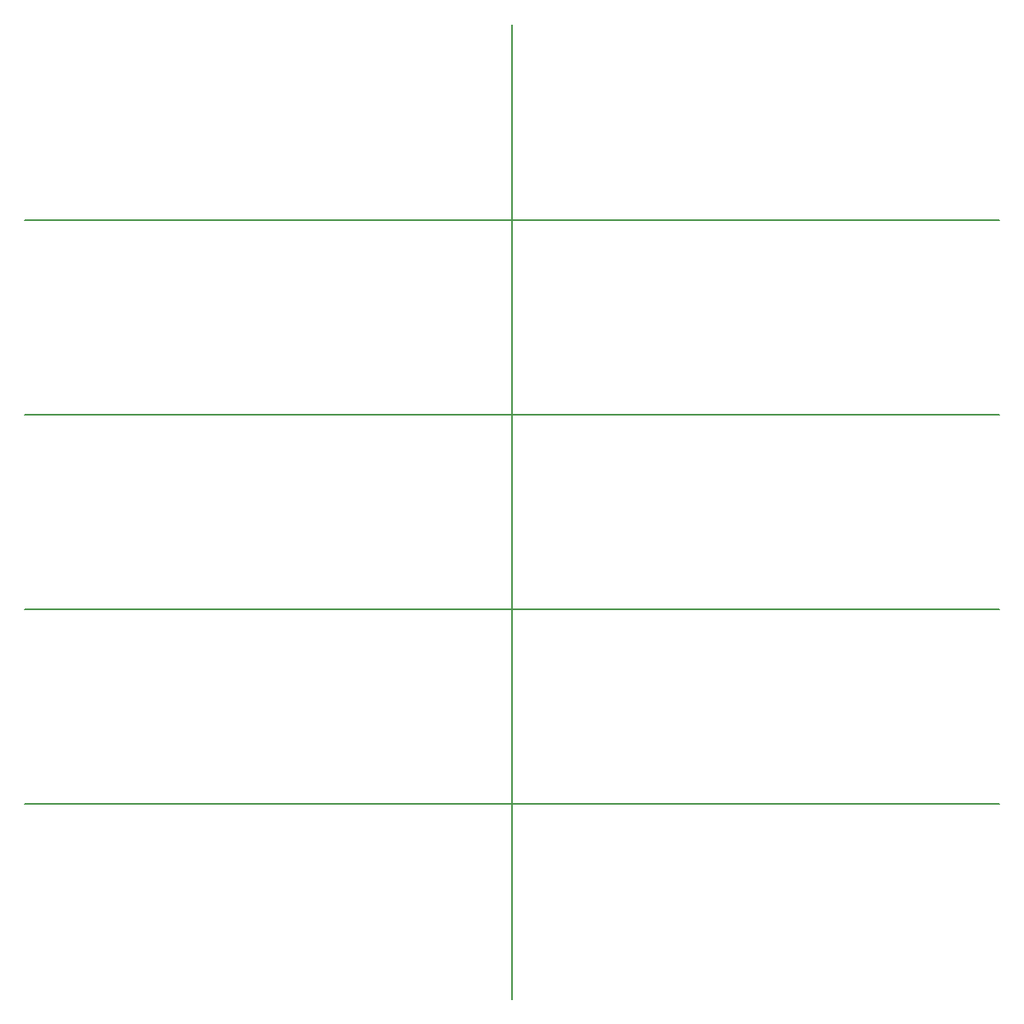
<source format=gbr>
%TF.GenerationSoftware,KiCad,Pcbnew,(5.1.9)-1*%
%TF.CreationDate,2021-10-14T17:35:57+02:00*%
%TF.ProjectId,IM350_AM550_T210_5V_V5.0,494d3335-305f-4414-9d35-35305f543231,rev?*%
%TF.SameCoordinates,Original*%
%TF.FileFunction,Other,ECO1*%
%FSLAX46Y46*%
G04 Gerber Fmt 4.6, Leading zero omitted, Abs format (unit mm)*
G04 Created by KiCad (PCBNEW (5.1.9)-1) date 2021-10-14 17:35:57*
%MOMM*%
%LPD*%
G01*
G04 APERTURE LIST*
%ADD10C,0.150000*%
G04 APERTURE END LIST*
D10*
X85000000Y-25000000D02*
X85000000Y-125000000D01*
X35000000Y-105000000D02*
X135000000Y-105000000D01*
X35000000Y-85000000D02*
X135000000Y-85000000D01*
X35000000Y-65000000D02*
X135000000Y-65000000D01*
X35000000Y-45000000D02*
X135000000Y-45000000D01*
M02*

</source>
